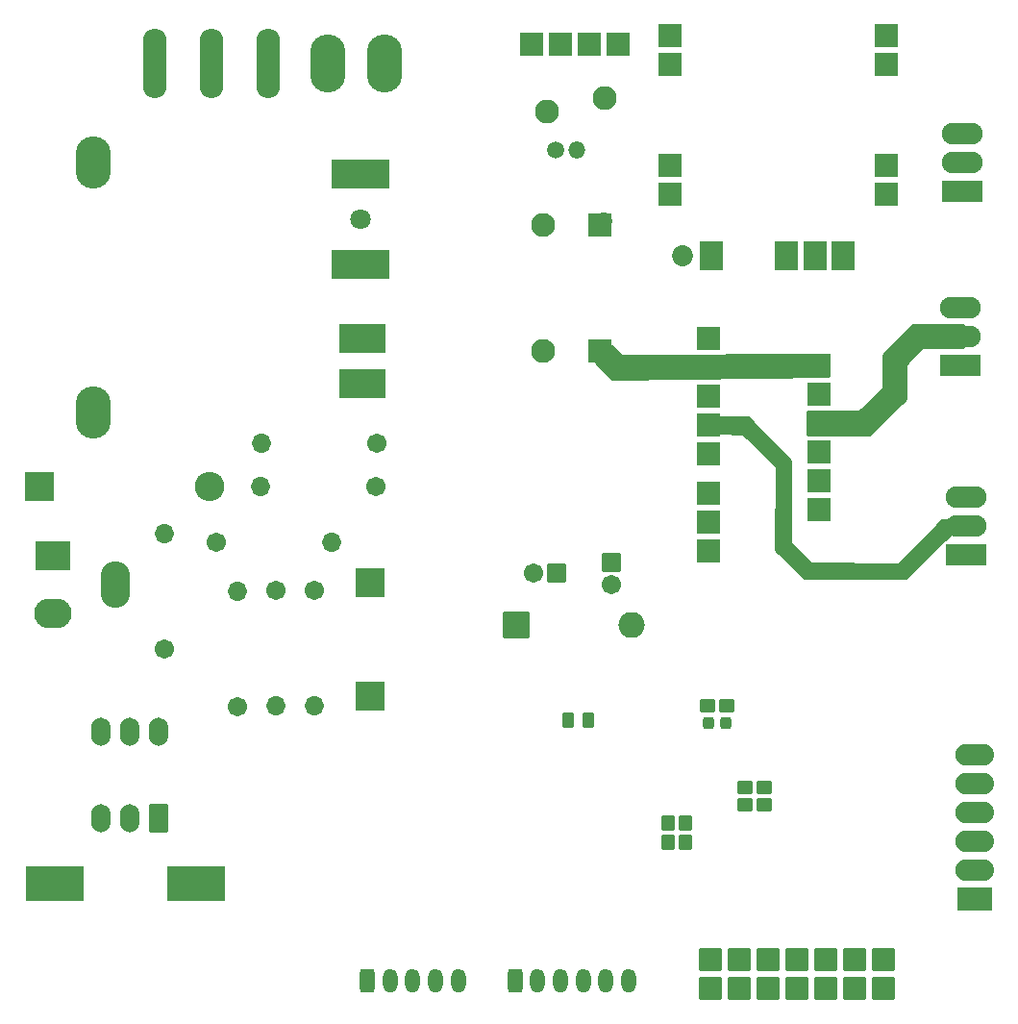
<source format=gbs>
G04 #@! TF.GenerationSoftware,KiCad,Pcbnew,(6.0.1)*
G04 #@! TF.CreationDate,2022-02-14T21:07:25+01:00*
G04 #@! TF.ProjectId,hotair-soldering-station-main-pcb ,686f7461-6972-42d7-936f-6c646572696e,rev?*
G04 #@! TF.SameCoordinates,Original*
G04 #@! TF.FileFunction,Soldermask,Bot*
G04 #@! TF.FilePolarity,Negative*
%FSLAX46Y46*%
G04 Gerber Fmt 4.6, Leading zero omitted, Abs format (unit mm)*
G04 Created by KiCad (PCBNEW (6.0.1)) date 2022-02-14 21:07:25*
%MOMM*%
%LPD*%
G01*
G04 APERTURE LIST*
G04 Aperture macros list*
%AMRoundRect*
0 Rectangle with rounded corners*
0 $1 Rounding radius*
0 $2 $3 $4 $5 $6 $7 $8 $9 X,Y pos of 4 corners*
0 Add a 4 corners polygon primitive as box body*
4,1,4,$2,$3,$4,$5,$6,$7,$8,$9,$2,$3,0*
0 Add four circle primitives for the rounded corners*
1,1,$1+$1,$2,$3*
1,1,$1+$1,$4,$5*
1,1,$1+$1,$6,$7*
1,1,$1+$1,$8,$9*
0 Add four rect primitives between the rounded corners*
20,1,$1+$1,$2,$3,$4,$5,0*
20,1,$1+$1,$4,$5,$6,$7,0*
20,1,$1+$1,$6,$7,$8,$9,0*
20,1,$1+$1,$8,$9,$2,$3,0*%
G04 Aperture macros list end*
%ADD10C,0.280000*%
%ADD11C,1.500000*%
%ADD12O,3.102000X5.102000*%
%ADD13RoundRect,0.051000X-1.000000X-1.000000X1.000000X-1.000000X1.000000X1.000000X-1.000000X1.000000X0*%
%ADD14RoundRect,0.051000X1.000000X1.000000X-1.000000X1.000000X-1.000000X-1.000000X1.000000X-1.000000X0*%
%ADD15RoundRect,0.051000X0.800000X0.800000X-0.800000X0.800000X-0.800000X-0.800000X0.800000X-0.800000X0*%
%ADD16C,1.702000*%
%ADD17RoundRect,0.051000X-1.100000X-1.100000X1.100000X-1.100000X1.100000X1.100000X-1.100000X1.100000X0*%
%ADD18O,2.302000X2.302000*%
%ADD19RoundRect,0.051000X-0.800000X0.800000X-0.800000X-0.800000X0.800000X-0.800000X0.800000X0.800000X0*%
%ADD20C,1.502000*%
%ADD21O,1.502000X1.502000*%
%ADD22RoundRect,0.051000X0.800000X-1.200000X0.800000X1.200000X-0.800000X1.200000X-0.800000X-1.200000X0*%
%ADD23O,1.702000X2.502000*%
%ADD24O,1.702000X1.702000*%
%ADD25RoundRect,0.051000X-1.500000X1.250000X-1.500000X-1.250000X1.500000X-1.250000X1.500000X1.250000X0*%
%ADD26O,2.602000X4.102000*%
%ADD27O,3.302000X2.602000*%
%ADD28RoundRect,0.051000X-1.500000X-1.000000X1.500000X-1.000000X1.500000X1.000000X-1.500000X1.000000X0*%
%ADD29O,3.402000X1.902000*%
%ADD30RoundRect,0.051000X-1.000000X1.000000X-1.000000X-1.000000X1.000000X-1.000000X1.000000X1.000000X0*%
%ADD31RoundRect,0.051000X1.750000X-0.900000X1.750000X0.900000X-1.750000X0.900000X-1.750000X-0.900000X0*%
%ADD32O,3.602000X1.902000*%
%ADD33RoundRect,0.051000X-2.500000X-1.500000X2.500000X-1.500000X2.500000X1.500000X-2.500000X1.500000X0*%
%ADD34RoundRect,0.051000X2.000000X-1.250000X2.000000X1.250000X-2.000000X1.250000X-2.000000X-1.250000X0*%
%ADD35RoundRect,0.051000X1.000000X1.250000X-1.000000X1.250000X-1.000000X-1.250000X1.000000X-1.250000X0*%
%ADD36C,1.800000*%
%ADD37RoundRect,0.051000X2.500000X-1.250000X2.500000X1.250000X-2.500000X1.250000X-2.500000X-1.250000X0*%
%ADD38C,2.102000*%
%ADD39C,1.852000*%
%ADD40RoundRect,0.051000X-0.950000X0.950000X-0.950000X-0.950000X0.950000X-0.950000X0.950000X0.950000X0*%
%ADD41O,3.102000X4.602000*%
%ADD42O,2.602000X2.602000*%
%ADD43RoundRect,0.051000X1.250000X1.250000X-1.250000X1.250000X-1.250000X-1.250000X1.250000X-1.250000X0*%
%ADD44RoundRect,0.051000X1.250000X-1.250000X1.250000X1.250000X-1.250000X1.250000X-1.250000X-1.250000X0*%
%ADD45O,2.102000X6.102000*%
%ADD46RoundRect,0.101600X0.398780X0.599440X-0.398780X0.599440X-0.398780X-0.599440X0.398780X-0.599440X0*%
%ADD47C,2.112000*%
%ADD48RoundRect,0.276000X-0.225000X-0.250000X0.225000X-0.250000X0.225000X0.250000X-0.225000X0.250000X0*%
%ADD49RoundRect,0.101600X0.499110X-0.549910X0.499110X0.549910X-0.499110X0.549910X-0.499110X-0.549910X0*%
%ADD50RoundRect,0.101600X0.549910X0.499110X-0.549910X0.499110X-0.549910X-0.499110X0.549910X-0.499110X0*%
%ADD51RoundRect,0.301000X-0.350000X-0.750000X0.350000X-0.750000X0.350000X0.750000X-0.350000X0.750000X0*%
%ADD52O,1.302000X2.102000*%
%ADD53RoundRect,0.101600X-0.549910X-0.499110X0.549910X-0.499110X0.549910X0.499110X-0.549910X0.499110X0*%
G04 APERTURE END LIST*
D10*
X85979000Y-58420000D02*
X85979000Y-65735200D01*
X85979000Y-65735200D02*
X87757000Y-67538600D01*
X87757000Y-67538600D02*
X95554800Y-67564000D01*
X95554800Y-67564000D02*
X99364800Y-63677800D01*
X99364800Y-63677800D02*
X100507800Y-63652400D01*
X100507800Y-63652400D02*
X100406200Y-64693800D01*
X100406200Y-64693800D02*
X99974400Y-64947800D01*
X99974400Y-64947800D02*
X96113600Y-68783200D01*
X96113600Y-68783200D02*
X87223600Y-68783200D01*
X87223600Y-68783200D02*
X84709000Y-66319400D01*
X84709000Y-66319400D02*
X84734400Y-58928000D01*
X84734400Y-58928000D02*
X81813400Y-56032400D01*
X81813400Y-56032400D02*
X79679800Y-55981600D01*
X79679800Y-55981600D02*
X79679800Y-54660800D01*
X79679800Y-54660800D02*
X82194400Y-54660800D01*
X82194400Y-54660800D02*
X85979000Y-58420000D01*
G36*
X85979000Y-58420000D02*
G01*
X85979000Y-65735200D01*
X87757000Y-67538600D01*
X95554800Y-67564000D01*
X99364800Y-63677800D01*
X100507800Y-63652400D01*
X100406200Y-64693800D01*
X99974400Y-64947800D01*
X96113600Y-68783200D01*
X87223600Y-68783200D01*
X84709000Y-66319400D01*
X84734400Y-58928000D01*
X81813400Y-56032400D01*
X79679800Y-55981600D01*
X79679800Y-54660800D01*
X82194400Y-54660800D01*
X85979000Y-58420000D01*
G37*
X85979000Y-58420000D02*
X85979000Y-65735200D01*
X87757000Y-67538600D01*
X95554800Y-67564000D01*
X99364800Y-63677800D01*
X100507800Y-63652400D01*
X100406200Y-64693800D01*
X99974400Y-64947800D01*
X96113600Y-68783200D01*
X87223600Y-68783200D01*
X84709000Y-66319400D01*
X84734400Y-58928000D01*
X81813400Y-56032400D01*
X79679800Y-55981600D01*
X79679800Y-54660800D01*
X82194400Y-54660800D01*
X85979000Y-58420000D01*
X71043379Y-49174401D02*
X89382179Y-49098201D01*
X89382179Y-49098201D02*
X89382702Y-51028600D01*
X89382702Y-51028600D02*
X70332702Y-51206400D01*
X70332702Y-51206400D02*
X68834000Y-49784000D01*
X68834000Y-49784000D02*
X70180200Y-48361600D01*
X70180200Y-48361600D02*
X71043379Y-49174401D01*
G36*
X71043379Y-49174401D02*
G01*
X89382179Y-49098201D01*
X89382702Y-51028600D01*
X70332702Y-51206400D01*
X68834000Y-49784000D01*
X70180200Y-48361600D01*
X71043379Y-49174401D01*
G37*
X71043379Y-49174401D02*
X89382179Y-49098201D01*
X89382702Y-51028600D01*
X70332702Y-51206400D01*
X68834000Y-49784000D01*
X70180200Y-48361600D01*
X71043379Y-49174401D01*
X101193600Y-48463200D02*
X97586800Y-48463200D01*
X97586800Y-48463200D02*
X96088200Y-49987200D01*
X96088200Y-49987200D02*
X96088200Y-53009800D01*
X96088200Y-53009800D02*
X92913200Y-56159400D01*
X92913200Y-56159400D02*
X87452200Y-56134000D01*
X87452200Y-56134000D02*
X87452200Y-54127400D01*
X87452200Y-54127400D02*
X88341200Y-54127400D01*
X88341200Y-54127400D02*
X92049600Y-54127400D01*
X92049600Y-54127400D02*
X94157800Y-52095400D01*
X94157800Y-52095400D02*
X94183200Y-49149000D01*
X94183200Y-49149000D02*
X96774000Y-46532800D01*
X96774000Y-46532800D02*
X101168200Y-46532800D01*
X101168200Y-46532800D02*
X101193600Y-48463200D01*
G36*
X101193600Y-48463200D02*
G01*
X97586800Y-48463200D01*
X96088200Y-49987200D01*
X96088200Y-53009800D01*
X92913200Y-56159400D01*
X87452200Y-56134000D01*
X87452200Y-54127400D01*
X92049600Y-54127400D01*
X94157800Y-52095400D01*
X94183200Y-49149000D01*
X96774000Y-46532800D01*
X101168200Y-46532800D01*
X101193600Y-48463200D01*
G37*
X101193600Y-48463200D02*
X97586800Y-48463200D01*
X96088200Y-49987200D01*
X96088200Y-53009800D01*
X92913200Y-56159400D01*
X87452200Y-56134000D01*
X87452200Y-54127400D01*
X92049600Y-54127400D01*
X94157800Y-52095400D01*
X94183200Y-49149000D01*
X96774000Y-46532800D01*
X101168200Y-46532800D01*
X101193600Y-48463200D01*
D11*
X69494400Y-37338000D02*
X69291200Y-37795200D01*
D10*
X85979000Y-58420000D02*
X85979000Y-65735200D01*
X85979000Y-65735200D02*
X87757000Y-67538600D01*
X87757000Y-67538600D02*
X95554800Y-67564000D01*
X95554800Y-67564000D02*
X99364800Y-63677800D01*
X99364800Y-63677800D02*
X100507800Y-63652400D01*
X100507800Y-63652400D02*
X100406200Y-64693800D01*
X100406200Y-64693800D02*
X99974400Y-64947800D01*
X99974400Y-64947800D02*
X96113600Y-68783200D01*
X96113600Y-68783200D02*
X87223600Y-68783200D01*
X87223600Y-68783200D02*
X84709000Y-66319400D01*
X84709000Y-66319400D02*
X84734400Y-58928000D01*
X84734400Y-58928000D02*
X81813400Y-56032400D01*
X81813400Y-56032400D02*
X79679800Y-55981600D01*
X79679800Y-55981600D02*
X79679800Y-54660800D01*
X79679800Y-54660800D02*
X82194400Y-54660800D01*
X82194400Y-54660800D02*
X85979000Y-58420000D01*
G36*
X85979000Y-58420000D02*
G01*
X85979000Y-65735200D01*
X87757000Y-67538600D01*
X95554800Y-67564000D01*
X99364800Y-63677800D01*
X100507800Y-63652400D01*
X100406200Y-64693800D01*
X99974400Y-64947800D01*
X96113600Y-68783200D01*
X87223600Y-68783200D01*
X84709000Y-66319400D01*
X84734400Y-58928000D01*
X81813400Y-56032400D01*
X79679800Y-55981600D01*
X79679800Y-54660800D01*
X82194400Y-54660800D01*
X85979000Y-58420000D01*
G37*
X85979000Y-58420000D02*
X85979000Y-65735200D01*
X87757000Y-67538600D01*
X95554800Y-67564000D01*
X99364800Y-63677800D01*
X100507800Y-63652400D01*
X100406200Y-64693800D01*
X99974400Y-64947800D01*
X96113600Y-68783200D01*
X87223600Y-68783200D01*
X84709000Y-66319400D01*
X84734400Y-58928000D01*
X81813400Y-56032400D01*
X79679800Y-55981600D01*
X79679800Y-54660800D01*
X82194400Y-54660800D01*
X85979000Y-58420000D01*
X71043379Y-49174401D02*
X89382179Y-49098201D01*
X89382179Y-49098201D02*
X89382702Y-51028600D01*
X89382702Y-51028600D02*
X70332702Y-51206400D01*
X70332702Y-51206400D02*
X68834000Y-49784000D01*
X68834000Y-49784000D02*
X70180200Y-48361600D01*
X70180200Y-48361600D02*
X71043379Y-49174401D01*
G36*
X71043379Y-49174401D02*
G01*
X89382179Y-49098201D01*
X89382702Y-51028600D01*
X70332702Y-51206400D01*
X68834000Y-49784000D01*
X70180200Y-48361600D01*
X71043379Y-49174401D01*
G37*
X71043379Y-49174401D02*
X89382179Y-49098201D01*
X89382702Y-51028600D01*
X70332702Y-51206400D01*
X68834000Y-49784000D01*
X70180200Y-48361600D01*
X71043379Y-49174401D01*
X101193600Y-48463200D02*
X97586800Y-48463200D01*
X97586800Y-48463200D02*
X96088200Y-49987200D01*
X96088200Y-49987200D02*
X96088200Y-53009800D01*
X96088200Y-53009800D02*
X92913200Y-56159400D01*
X92913200Y-56159400D02*
X87452200Y-56134000D01*
X87452200Y-56134000D02*
X87452200Y-54127400D01*
X87452200Y-54127400D02*
X88341200Y-54127400D01*
X88341200Y-54127400D02*
X92049600Y-54127400D01*
X92049600Y-54127400D02*
X94157800Y-52095400D01*
X94157800Y-52095400D02*
X94183200Y-49149000D01*
X94183200Y-49149000D02*
X96774000Y-46532800D01*
X96774000Y-46532800D02*
X101168200Y-46532800D01*
X101168200Y-46532800D02*
X101193600Y-48463200D01*
G36*
X101193600Y-48463200D02*
G01*
X97586800Y-48463200D01*
X96088200Y-49987200D01*
X96088200Y-53009800D01*
X92913200Y-56159400D01*
X87452200Y-56134000D01*
X87452200Y-54127400D01*
X92049600Y-54127400D01*
X94157800Y-52095400D01*
X94183200Y-49149000D01*
X96774000Y-46532800D01*
X101168200Y-46532800D01*
X101193600Y-48463200D01*
G37*
X101193600Y-48463200D02*
X97586800Y-48463200D01*
X96088200Y-49987200D01*
X96088200Y-53009800D01*
X92913200Y-56159400D01*
X87452200Y-56134000D01*
X87452200Y-54127400D01*
X92049600Y-54127400D01*
X94157800Y-52095400D01*
X94183200Y-49149000D01*
X96774000Y-46532800D01*
X101168200Y-46532800D01*
X101193600Y-48463200D01*
D11*
X69494400Y-37338000D02*
X69291200Y-37795200D01*
D12*
X45220000Y-23473400D03*
X50220000Y-23473400D03*
D13*
X75361800Y-23571200D03*
X75361800Y-21031200D03*
X75361800Y-32461200D03*
X75361800Y-35001200D03*
X94411800Y-23571200D03*
X94411800Y-21031200D03*
X94411800Y-35001200D03*
X94411800Y-32461200D03*
D14*
X70766000Y-21742000D03*
X68226000Y-21742000D03*
X65686000Y-21742000D03*
X63146000Y-21742000D03*
D15*
X65379600Y-68376800D03*
D16*
X63379600Y-68376800D03*
D17*
X61849000Y-72948800D03*
D18*
X72009000Y-72948800D03*
D19*
X70231000Y-67391500D03*
D16*
X70231000Y-69391500D03*
D20*
X65262000Y-31115000D03*
D21*
X67162000Y-31115000D03*
D22*
X30305000Y-89914000D03*
D23*
X27765000Y-89914000D03*
X25225000Y-89914000D03*
X25225000Y-82294000D03*
X27765000Y-82294000D03*
X30305000Y-82294000D03*
D16*
X30861000Y-75057000D03*
D24*
X30861000Y-64897000D03*
D25*
X21004200Y-66827400D03*
D26*
X26492200Y-69367400D03*
D27*
X21004200Y-71907400D03*
D28*
X102235000Y-97028000D03*
D29*
X102235000Y-94488000D03*
X102235000Y-91948000D03*
X102235000Y-89408000D03*
X102235000Y-86868000D03*
X102235000Y-84328000D03*
D30*
X88456000Y-50103000D03*
X88456000Y-52643000D03*
X88456000Y-55183000D03*
X88456000Y-57723000D03*
X88456000Y-60263000D03*
X88456000Y-62803000D03*
D31*
X100909000Y-50038000D03*
D32*
X100909000Y-47498000D03*
X100909000Y-44958000D03*
D33*
X21153000Y-95687000D03*
X33653000Y-95687000D03*
D34*
X48260000Y-51689000D03*
X48260000Y-47729000D03*
D35*
X90638000Y-40369000D03*
X88138000Y-40369000D03*
X85638000Y-40369000D03*
D36*
X48133000Y-37188000D03*
D37*
X48133000Y-41148000D03*
X48133000Y-33228000D03*
D14*
X69175000Y-37719000D03*
D38*
X64175000Y-37719000D03*
D35*
X78974000Y-40369000D03*
D39*
X76474000Y-40369000D03*
D40*
X78949500Y-102367500D03*
X81489500Y-102367500D03*
X84029500Y-102367500D03*
X86569500Y-102367500D03*
X89109500Y-102367500D03*
X91649500Y-102367500D03*
X94189500Y-102367500D03*
X94189500Y-104907500D03*
X91649500Y-104907500D03*
X89109500Y-104907500D03*
X86569500Y-104907500D03*
X84029500Y-104907500D03*
X81489500Y-104907500D03*
X78949500Y-104907500D03*
D41*
X24536000Y-54180000D03*
X24536000Y-32180000D03*
D42*
X34798000Y-60756800D03*
D43*
X19798000Y-60756800D03*
D44*
X48945800Y-79197200D03*
X48945800Y-69197200D03*
D45*
X39957000Y-23463000D03*
X34957000Y-23463000D03*
X29957000Y-23463000D03*
D46*
X68209160Y-81280000D03*
X66410840Y-81280000D03*
D47*
X69596000Y-26543000D03*
X64496000Y-27743000D03*
D31*
X101475500Y-66751200D03*
D32*
X101475500Y-64211200D03*
X101475500Y-61671200D03*
D16*
X44069000Y-69900800D03*
D24*
X44069000Y-80060800D03*
D16*
X35413000Y-65659000D03*
D24*
X45573000Y-65659000D03*
D16*
X49550000Y-56896000D03*
D24*
X39390000Y-56896000D03*
D16*
X49423000Y-60706000D03*
D24*
X39263000Y-60706000D03*
D16*
X40690800Y-69900800D03*
D24*
X40690800Y-80060800D03*
D16*
X37261800Y-80111600D03*
D24*
X37261800Y-69951600D03*
D14*
X69175000Y-48768000D03*
D38*
X64175000Y-48768000D03*
D31*
X101092000Y-34696400D03*
D32*
X101092000Y-32156400D03*
X101092000Y-29616400D03*
D48*
X78727000Y-81534000D03*
X80277000Y-81534000D03*
D49*
X75184000Y-92034360D03*
X75184000Y-90337640D03*
D50*
X83652360Y-88773000D03*
X81955640Y-88773000D03*
D30*
X78754000Y-61282000D03*
X78754000Y-63822000D03*
X78754000Y-66362000D03*
D51*
X61722000Y-104267000D03*
D52*
X63722000Y-104267000D03*
X65722000Y-104267000D03*
X67722000Y-104267000D03*
X69722000Y-104267000D03*
X71722000Y-104267000D03*
D53*
X78653640Y-80010000D03*
X80350360Y-80010000D03*
D51*
X48705000Y-104225000D03*
D52*
X50705000Y-104225000D03*
X52705000Y-104225000D03*
X54705000Y-104225000D03*
X56705000Y-104225000D03*
D50*
X83652360Y-87249000D03*
X81955640Y-87249000D03*
D30*
X78754000Y-47693000D03*
X78754000Y-50233000D03*
X78754000Y-52773000D03*
X78754000Y-55313000D03*
X78754000Y-57853000D03*
D49*
X76708000Y-92034360D03*
X76708000Y-90337640D03*
M02*

</source>
